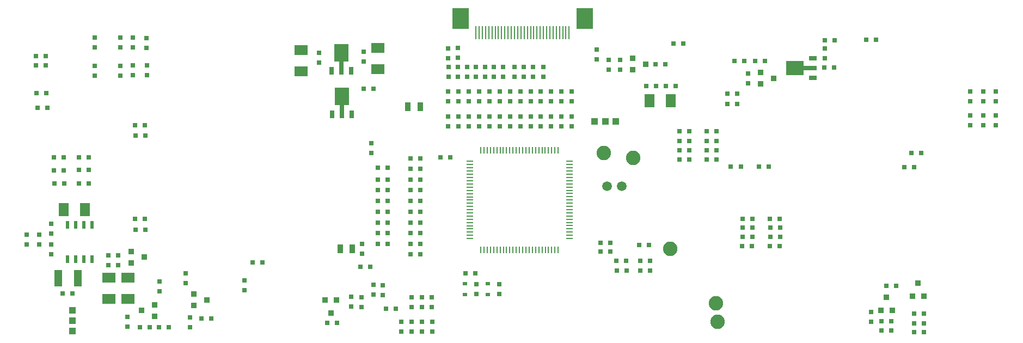
<source format=gtp>
G04 (created by PCBNEW-RS274X (2011-07-08 BZR 3044)-stable) date 03/08/2011 00:28:50*
G01*
G70*
G90*
%MOIN*%
G04 Gerber Fmt 3.4, Leading zero omitted, Abs format*
%FSLAX34Y34*%
G04 APERTURE LIST*
%ADD10C,0.006000*%
%ADD11R,0.035000X0.055000*%
%ADD12R,0.080000X0.060000*%
%ADD13R,0.025000X0.031500*%
%ADD14R,0.031500X0.025000*%
%ADD15R,0.060000X0.080000*%
%ADD16C,0.088600*%
%ADD17R,0.036000X0.036000*%
%ADD18R,0.040000X0.010000*%
%ADD19R,0.010000X0.040000*%
%ADD20R,0.010000X0.080000*%
%ADD21R,0.100000X0.130000*%
%ADD22R,0.027600X0.047200*%
%ADD23R,0.027600X0.078700*%
%ADD24R,0.086600X0.110300*%
%ADD25R,0.020000X0.045000*%
%ADD26R,0.050000X0.100000*%
%ADD27R,0.039400X0.039400*%
%ADD28R,0.047200X0.027600*%
%ADD29R,0.078700X0.027600*%
%ADD30R,0.110300X0.086600*%
%ADD31C,0.059100*%
%ADD32R,0.031500X0.023600*%
G04 APERTURE END LIST*
G54D10*
G54D11*
X34342Y-27756D03*
X33592Y-27756D03*
G54D12*
X31197Y-15590D03*
X31197Y-16890D03*
X35902Y-15472D03*
X35902Y-16772D03*
G54D11*
X38505Y-19065D03*
X37755Y-19065D03*
G54D13*
X36510Y-27450D03*
X35910Y-27450D03*
X36510Y-26800D03*
X35910Y-26800D03*
X36510Y-24832D03*
X35910Y-24832D03*
X36510Y-23523D03*
X35910Y-23523D03*
G54D14*
X35039Y-15713D03*
X35039Y-16313D03*
G54D13*
X36510Y-26151D03*
X35910Y-26151D03*
X36510Y-25491D03*
X35910Y-25491D03*
X36510Y-24173D03*
X35910Y-24173D03*
X36509Y-22815D03*
X35909Y-22815D03*
X50133Y-27392D03*
X49533Y-27392D03*
X51897Y-27539D03*
X52497Y-27539D03*
G54D14*
X32293Y-15753D03*
X32293Y-16353D03*
X34951Y-27476D03*
X34951Y-28076D03*
G54D13*
X49533Y-27933D03*
X50133Y-27933D03*
X38518Y-28090D03*
X37918Y-28090D03*
X35644Y-17953D03*
X35044Y-17953D03*
X15064Y-19144D03*
X15664Y-19144D03*
X59228Y-22740D03*
X59828Y-22740D03*
G54D14*
X37972Y-32231D03*
X37972Y-32831D03*
G54D13*
X51964Y-29085D03*
X52564Y-29085D03*
X14956Y-16535D03*
X15556Y-16535D03*
X53529Y-17795D03*
X54129Y-17795D03*
G54D14*
X38602Y-32231D03*
X38602Y-32831D03*
X39224Y-32231D03*
X39224Y-32831D03*
X46033Y-16629D03*
X46033Y-17229D03*
X44281Y-16619D03*
X44281Y-17219D03*
X43021Y-16620D03*
X43021Y-17220D03*
X41918Y-16620D03*
X41918Y-17220D03*
X43572Y-16620D03*
X43572Y-17220D03*
X42470Y-16620D03*
X42470Y-17220D03*
X41367Y-16620D03*
X41367Y-17220D03*
X45413Y-17219D03*
X45413Y-16619D03*
X44852Y-16629D03*
X44852Y-17229D03*
X35508Y-21294D03*
X35508Y-21894D03*
G54D13*
X37918Y-22224D03*
X38518Y-22224D03*
X38508Y-27450D03*
X37908Y-27450D03*
X38518Y-26151D03*
X37918Y-26151D03*
X38518Y-24832D03*
X37918Y-24832D03*
X38518Y-23523D03*
X37918Y-23523D03*
G54D14*
X38594Y-30743D03*
X38594Y-31343D03*
G54D13*
X38518Y-26800D03*
X37918Y-26800D03*
X38519Y-25491D03*
X37919Y-25491D03*
X38518Y-24173D03*
X37918Y-24173D03*
X38518Y-22873D03*
X37918Y-22873D03*
X57516Y-22736D03*
X58131Y-22736D03*
G54D14*
X37969Y-30747D03*
X37969Y-31347D03*
X39217Y-30747D03*
X39217Y-31347D03*
G54D13*
X50517Y-28484D03*
X51117Y-28484D03*
X50527Y-29085D03*
X51127Y-29085D03*
X52919Y-16466D03*
X53519Y-16466D03*
G54D14*
X50728Y-16796D03*
X50728Y-16196D03*
X49321Y-15576D03*
X49321Y-16176D03*
X40816Y-15478D03*
X40816Y-16078D03*
X40816Y-17220D03*
X40816Y-16620D03*
X40226Y-17219D03*
X40226Y-16619D03*
X40217Y-15487D03*
X40217Y-16087D03*
X40216Y-19661D03*
X40216Y-20261D03*
X41476Y-19661D03*
X41476Y-20261D03*
X42736Y-19661D03*
X42736Y-20261D03*
X43996Y-19661D03*
X43996Y-20261D03*
X40216Y-18146D03*
X40216Y-18746D03*
X41476Y-18145D03*
X41476Y-18745D03*
X42736Y-18145D03*
X42736Y-18745D03*
X43996Y-18145D03*
X43996Y-18745D03*
X40846Y-19661D03*
X40846Y-20261D03*
X42106Y-19661D03*
X42106Y-20261D03*
X43366Y-19661D03*
X43366Y-20261D03*
X44626Y-19661D03*
X44626Y-20261D03*
X40846Y-18145D03*
X40846Y-18745D03*
X42106Y-18145D03*
X42106Y-18745D03*
X43366Y-18145D03*
X43366Y-18745D03*
X44626Y-18145D03*
X44626Y-18745D03*
X47145Y-19661D03*
X47145Y-20261D03*
X45885Y-19661D03*
X45885Y-20261D03*
X47776Y-19661D03*
X47776Y-20261D03*
X46515Y-19661D03*
X46515Y-20261D03*
X45256Y-19661D03*
X45256Y-20261D03*
X47775Y-18145D03*
X47775Y-18745D03*
X46515Y-18145D03*
X46515Y-18745D03*
X45256Y-18145D03*
X45256Y-18745D03*
X47145Y-18145D03*
X47145Y-18745D03*
X45885Y-18145D03*
X45885Y-18745D03*
G54D13*
X52338Y-17805D03*
X52938Y-17805D03*
G54D15*
X52527Y-18701D03*
X53827Y-18701D03*
G54D13*
X14966Y-15965D03*
X15566Y-15965D03*
X15615Y-18228D03*
X15015Y-18228D03*
X67623Y-30039D03*
X67023Y-30039D03*
X68745Y-31742D03*
X69345Y-31742D03*
G54D14*
X66101Y-31629D03*
X66101Y-32229D03*
G54D13*
X66747Y-32756D03*
X67347Y-32756D03*
X68755Y-32323D03*
X69355Y-32323D03*
G54D16*
X53807Y-27764D03*
G54D13*
X68755Y-32874D03*
X69355Y-32874D03*
G54D17*
X69336Y-30666D03*
X68636Y-30666D03*
X68986Y-29866D03*
X67396Y-31542D03*
X66696Y-31542D03*
X67046Y-30742D03*
X51500Y-16806D03*
X51500Y-16106D03*
X52300Y-16456D03*
G54D13*
X19997Y-28150D03*
X19397Y-28150D03*
X19405Y-28772D03*
X20005Y-28772D03*
G54D17*
X20812Y-28618D03*
X20812Y-27918D03*
X21612Y-28268D03*
G54D13*
X57298Y-18278D03*
X57898Y-18278D03*
X57294Y-18898D03*
X57894Y-18898D03*
X54591Y-15201D03*
X53991Y-15201D03*
X52574Y-28484D03*
X51974Y-28484D03*
G54D14*
X73750Y-18145D03*
X73750Y-18745D03*
G54D18*
X41527Y-27134D03*
X41527Y-22414D03*
X41527Y-22614D03*
X41527Y-22804D03*
X41527Y-23004D03*
X41527Y-23204D03*
X41527Y-23394D03*
X41527Y-23594D03*
X41527Y-23794D03*
X41527Y-23984D03*
X41527Y-24184D03*
X41527Y-24384D03*
X41527Y-24584D03*
X41527Y-24774D03*
X41527Y-24974D03*
X41527Y-25174D03*
X41527Y-25364D03*
X41527Y-25564D03*
X41527Y-25764D03*
X41527Y-25954D03*
X41527Y-26154D03*
X41527Y-26354D03*
X41527Y-26544D03*
X41527Y-26744D03*
X41527Y-26944D03*
G54D19*
X42217Y-21724D03*
X46937Y-21724D03*
X46737Y-21724D03*
X46547Y-21724D03*
X46347Y-21724D03*
X46147Y-21724D03*
X45957Y-21724D03*
X45757Y-21724D03*
X45557Y-21724D03*
X45367Y-21724D03*
X45167Y-21724D03*
X44967Y-21724D03*
X44767Y-21724D03*
X44577Y-21724D03*
X44377Y-21724D03*
X44177Y-21724D03*
X43987Y-21724D03*
X43787Y-21724D03*
X43587Y-21724D03*
X43397Y-21724D03*
X43197Y-21724D03*
X42997Y-21724D03*
X42807Y-21724D03*
X42607Y-21724D03*
X42407Y-21724D03*
X42217Y-27824D03*
X42417Y-27824D03*
X42607Y-27824D03*
X42807Y-27824D03*
X43007Y-27824D03*
X43197Y-27824D03*
X43397Y-27824D03*
X43597Y-27824D03*
X43787Y-27824D03*
X43987Y-27824D03*
X44187Y-27824D03*
X44387Y-27824D03*
X44577Y-27824D03*
X44777Y-27824D03*
X44977Y-27824D03*
X45167Y-27824D03*
X45367Y-27824D03*
X45567Y-27824D03*
X45757Y-27824D03*
X45957Y-27824D03*
X46157Y-27824D03*
X46347Y-27824D03*
X46547Y-27824D03*
X46747Y-27824D03*
X46937Y-27824D03*
G54D18*
X47627Y-27134D03*
X47627Y-26934D03*
X47627Y-26744D03*
X47627Y-26544D03*
X47627Y-26344D03*
X47627Y-26154D03*
X47627Y-25954D03*
X47627Y-25754D03*
X47627Y-25564D03*
X47627Y-25364D03*
X47627Y-25164D03*
X47627Y-24964D03*
X47627Y-24774D03*
X47627Y-24574D03*
X47627Y-24374D03*
X47627Y-24184D03*
X47627Y-23984D03*
X47627Y-23784D03*
X47627Y-23594D03*
X47627Y-23394D03*
X47627Y-23194D03*
X47627Y-23004D03*
X47627Y-22804D03*
X47627Y-22604D03*
X47627Y-22414D03*
G54D20*
X43878Y-14548D03*
X44078Y-14548D03*
X44273Y-14548D03*
X44468Y-14548D03*
X44668Y-14548D03*
X44863Y-14548D03*
X45058Y-14548D03*
X45258Y-14548D03*
X45453Y-14548D03*
X45648Y-14548D03*
X43681Y-14548D03*
X45848Y-14548D03*
X46043Y-14548D03*
X43484Y-14548D03*
X47618Y-14548D03*
X46238Y-14548D03*
X46438Y-14548D03*
X46633Y-14548D03*
X46828Y-14548D03*
X47028Y-14548D03*
X47223Y-14548D03*
X47418Y-14548D03*
X43287Y-14548D03*
X43091Y-14548D03*
X42894Y-14548D03*
X42697Y-14548D03*
X42500Y-14548D03*
X42303Y-14548D03*
X42106Y-14548D03*
X41909Y-14548D03*
G54D21*
X48588Y-13668D03*
X40958Y-13668D03*
G54D22*
X33078Y-16854D03*
G54D23*
X33669Y-16697D03*
G54D22*
X34260Y-16854D03*
G54D24*
X33669Y-15752D03*
G54D22*
X33110Y-19537D03*
G54D23*
X33701Y-19380D03*
G54D22*
X34292Y-19537D03*
G54D24*
X33701Y-18435D03*
G54D16*
X49732Y-21909D03*
X51547Y-22205D03*
G54D13*
X16088Y-22972D03*
X16688Y-22972D03*
X16117Y-23750D03*
X16717Y-23750D03*
G54D14*
X72156Y-18125D03*
X72156Y-18725D03*
G54D13*
X16088Y-22175D03*
X16688Y-22175D03*
G54D14*
X72972Y-18135D03*
X72972Y-18735D03*
G54D13*
X17604Y-22943D03*
X18204Y-22943D03*
X17613Y-23750D03*
X18213Y-23750D03*
G54D14*
X72165Y-19611D03*
X72165Y-20211D03*
G54D13*
X17604Y-22175D03*
X18204Y-22175D03*
G54D14*
X72972Y-19611D03*
X72972Y-20211D03*
X73750Y-19611D03*
X73750Y-20211D03*
G54D13*
X40343Y-22154D03*
X39743Y-22154D03*
G54D14*
X15894Y-27483D03*
X15894Y-28083D03*
X15890Y-26247D03*
X15890Y-26847D03*
G54D25*
X16919Y-26296D03*
X16919Y-28396D03*
X17419Y-26296D03*
X17919Y-26296D03*
X18419Y-26296D03*
X17419Y-28396D03*
X17919Y-28396D03*
X18419Y-28396D03*
G54D15*
X16669Y-25358D03*
X17969Y-25358D03*
G54D13*
X16602Y-30488D03*
X17202Y-30488D03*
G54D14*
X15161Y-26885D03*
X15161Y-27485D03*
G54D26*
X16337Y-29571D03*
X17537Y-29571D03*
G54D14*
X24130Y-29859D03*
X24130Y-29259D03*
X20579Y-32540D03*
X20579Y-31940D03*
G54D13*
X23119Y-32551D03*
X22519Y-32551D03*
X21342Y-32551D03*
X21942Y-32551D03*
X25106Y-32020D03*
X25706Y-32020D03*
G54D14*
X24421Y-31976D03*
X24421Y-32576D03*
G54D17*
X24651Y-31240D03*
X24651Y-30540D03*
X25451Y-30890D03*
X22239Y-31189D03*
X22239Y-31889D03*
X21439Y-31539D03*
G54D12*
X20591Y-30839D03*
X20591Y-29539D03*
X19429Y-30839D03*
X19429Y-29539D03*
G54D13*
X36401Y-31421D03*
X37001Y-31421D03*
G54D14*
X37339Y-32831D03*
X37339Y-32231D03*
X36189Y-30583D03*
X36189Y-29983D03*
X35630Y-30580D03*
X35630Y-29980D03*
X34902Y-31320D03*
X34902Y-30720D03*
X34283Y-31312D03*
X34283Y-30712D03*
X50039Y-16192D03*
X50039Y-16792D03*
G54D16*
X56618Y-31114D03*
X56689Y-32244D03*
G54D27*
X17205Y-32173D03*
X17205Y-32813D03*
X17205Y-31533D03*
G54D14*
X58571Y-17027D03*
X58571Y-17627D03*
G54D13*
X54366Y-21153D03*
X54966Y-21153D03*
X54362Y-22291D03*
X54962Y-22291D03*
X58232Y-26480D03*
X58832Y-26480D03*
X58221Y-27586D03*
X58821Y-27586D03*
X54378Y-20582D03*
X54978Y-20582D03*
X54362Y-21724D03*
X54962Y-21724D03*
X58228Y-25917D03*
X58828Y-25917D03*
X58225Y-27031D03*
X58825Y-27031D03*
G54D14*
X20146Y-17150D03*
X20146Y-16550D03*
X21756Y-17146D03*
X21756Y-16546D03*
G54D13*
X21658Y-26598D03*
X21058Y-26598D03*
G54D14*
X18563Y-17158D03*
X18563Y-16558D03*
X20921Y-17139D03*
X20921Y-16539D03*
G54D13*
X21658Y-20835D03*
X21058Y-20835D03*
G54D14*
X18559Y-15434D03*
X18559Y-14834D03*
X20921Y-15434D03*
X20921Y-14834D03*
G54D13*
X21650Y-20205D03*
X21050Y-20205D03*
X56054Y-20578D03*
X56654Y-20578D03*
X56051Y-21728D03*
X56651Y-21728D03*
X59921Y-25916D03*
X60521Y-25916D03*
X59924Y-27035D03*
X60524Y-27035D03*
G54D14*
X20142Y-15434D03*
X20142Y-14834D03*
X21752Y-15454D03*
X21752Y-14854D03*
G54D13*
X21639Y-25933D03*
X21039Y-25933D03*
X56051Y-21149D03*
X56651Y-21149D03*
X56051Y-22287D03*
X56651Y-22287D03*
X59924Y-26476D03*
X60524Y-26476D03*
X59909Y-27590D03*
X60509Y-27590D03*
G54D28*
X62539Y-17296D03*
G54D29*
X62382Y-16705D03*
G54D28*
X62539Y-16114D03*
G54D30*
X61437Y-16705D03*
G54D14*
X63264Y-16107D03*
X63264Y-15507D03*
G54D13*
X63231Y-16665D03*
X63831Y-16665D03*
X58995Y-16272D03*
X59595Y-16272D03*
G54D17*
X59352Y-17673D03*
X59352Y-16973D03*
X60152Y-17323D03*
G54D27*
X49827Y-19980D03*
X49187Y-19980D03*
X50467Y-19980D03*
G54D13*
X65798Y-14969D03*
X66398Y-14969D03*
X63271Y-14988D03*
X63871Y-14988D03*
G54D31*
X49929Y-23933D03*
X50835Y-23937D03*
G54D14*
X43323Y-29928D03*
X43323Y-30528D03*
G54D13*
X41875Y-29260D03*
X41275Y-29260D03*
G54D14*
X41929Y-29917D03*
X41929Y-30517D03*
X27732Y-30304D03*
X27732Y-29704D03*
G54D13*
X69186Y-21894D03*
X68586Y-21894D03*
X28831Y-28598D03*
X28231Y-28598D03*
X68753Y-22780D03*
X68153Y-22780D03*
X67346Y-32205D03*
X66746Y-32205D03*
X58339Y-16276D03*
X57739Y-16276D03*
G54D32*
X42650Y-29893D03*
X42650Y-30563D03*
X41236Y-29893D03*
X41236Y-30563D03*
G54D14*
X14421Y-26885D03*
X14421Y-27485D03*
X22524Y-30367D03*
X22524Y-29767D03*
G54D13*
X32798Y-32295D03*
X33398Y-32295D03*
G54D17*
X32678Y-30887D03*
X33378Y-30887D03*
X33028Y-31687D03*
G54D13*
X34854Y-28874D03*
X35454Y-28874D03*
M02*

</source>
